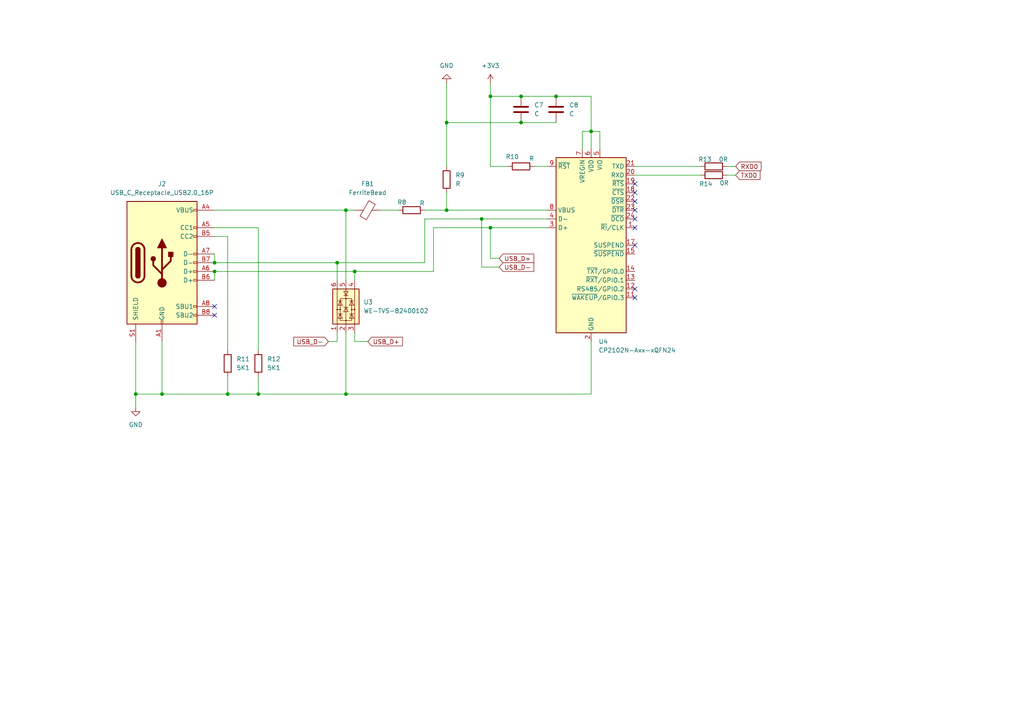
<source format=kicad_sch>
(kicad_sch (version 20250114) (generator "eeschema") (generator_version "9.0")
  (paper "A4")
  (lib_symbols
    (symbol "Connector:USB_C_Receptacle_USB2.0_16P" (pin_names (offset 1.016))
      (property "Reference" "J" (at 0 22.225 0))
      (property "Value" "USB_C_Receptacle_USB2.0_16P" (at 0 19.685 0))
      (symbol "USB_C_Receptacle_USB2.0_16P_0_0"
        (rectangle (start -0.254 -17.78) (end 0.254 -16.764))
        (rectangle (start 10.16 15.494) (end 9.144 14.986))
        (rectangle (start 10.16 10.414) (end 9.144 9.906))
        (rectangle (start 10.16 7.874) (end 9.144 7.366))
        (rectangle (start 10.16 2.794) (end 9.144 2.286))
        (rectangle (start 10.16 0.254) (end 9.144 -0.254))
        (rectangle (start 10.16 -2.286) (end 9.144 -2.794))
        (rectangle (start 10.16 -4.826) (end 9.144 -5.334))
        (rectangle (start 10.16 -12.446) (end 9.144 -12.954))
        (rectangle (start 10.16 -14.986) (end 9.144 -15.494))
      )
      (symbol "USB_C_Receptacle_USB2.0_16P_0_1"
        (rectangle (start -10.16 17.78) (end 10.16 -17.78) (stroke (width 0.254)) (fill (type background)))
        (polyline (pts (xy -8.89 -3.81) (xy -8.89 3.81)) (stroke (width 0.508)))
        (rectangle (start -7.62 -3.81) (end -6.35 3.81) (stroke (width 0.254)) (fill (type outline)))
        (arc (start -7.62 3.81) (mid -6.985 4.4423) (end -6.35 3.81) (stroke (width 0.254)))
        (arc (start -7.62 3.81) (mid -6.985 4.4423) (end -6.35 3.81) (stroke (width 0.254)) (fill (type outline)))
        (arc (start -8.89 3.81) (mid -6.985 5.7067) (end -5.08 3.81) (stroke (width 0.508)))
        (arc (start -5.08 -3.81) (mid -6.985 -5.7067) (end -8.89 -3.81) (stroke (width 0.508)))
        (arc (start -6.35 -3.81) (mid -6.985 -4.4423) (end -7.62 -3.81) (stroke (width 0.254)))
        (arc (start -6.35 -3.81) (mid -6.985 -4.4423) (end -7.62 -3.81) (stroke (width 0.254)) (fill (type outline)))
        (polyline (pts (xy -5.08 3.81) (xy -5.08 -3.81)) (stroke (width 0.508)))
        (circle (center -2.54 1.143) (radius 0.635) (stroke (width 0.254)) (fill (type outline)))
        (polyline (pts (xy -1.27 4.318) (xy 0 6.858) (xy 1.27 4.318) (xy -1.27 4.318)) (stroke (width 0.254)) (fill (type outline)))
        (polyline (pts (xy 0 -2.032) (xy 2.54 0.508) (xy 2.54 1.778)) (stroke (width 0.508)))
        (polyline (pts (xy 0 -3.302) (xy -2.54 -0.762) (xy -2.54 0.508)) (stroke (width 0.508)))
        (polyline (pts (xy 0 -5.842) (xy 0 4.318)) (stroke (width 0.508)))
        (circle (center 0 -5.842) (radius 1.27) (fill (type outline)))
        (rectangle (start 1.905 1.778) (end 3.175 3.048) (stroke (width 0.254)) (fill (type outline)))
      )
      (symbol "USB_C_Receptacle_USB2.0_16P_1_1"
        (pin passive line (at -7.62 -22.86 90) (length 5.08) (name "SHIELD") (number "S1"))
        (pin passive line (at 0 -22.86 90) (length 5.08) (name "GND") (number "A1"))
        (pin passive line (at 0 -22.86 90) (length 5.08) (hide yes) (name "GND") (number "A12"))
        (pin passive line (at 0 -22.86 90) (length 5.08) (hide yes) (name "GND") (number "B1"))
        (pin passive line (at 0 -22.86 90) (length 5.08) (hide yes) (name "GND") (number "B12"))
        (pin passive line (at 15.24 15.24 180) (length 5.08) (name "VBUS") (number "A4"))
        (pin passive line (at 15.24 15.24 180) (length 5.08) (hide yes) (name "VBUS") (number "A9"))
        (pin passive line (at 15.24 15.24 180) (length 5.08) (hide yes) (name "VBUS") (number "B4"))
        (pin passive line (at 15.24 15.24 180) (length 5.08) (hide yes) (name "VBUS") (number "B9"))
        (pin bidirectional line (at 15.24 10.16 180) (length 5.08) (name "CC1") (number "A5"))
        (pin bidirectional line (at 15.24 7.62 180) (length 5.08) (name "CC2") (number "B5"))
        (pin bidirectional line (at 15.24 2.54 180) (length 5.08) (name "D-") (number "A7"))
        (pin bidirectional line (at 15.24 0 180) (length 5.08) (name "D-") (number "B7"))
        (pin bidirectional line (at 15.24 -2.54 180) (length 5.08) (name "D+") (number "A6"))
        (pin bidirectional line (at 15.24 -5.08 180) (length 5.08) (name "D+") (number "B6"))
        (pin bidirectional line (at 15.24 -12.7 180) (length 5.08) (name "SBU1") (number "A8"))
        (pin bidirectional line (at 15.24 -15.24 180) (length 5.08) (name "SBU2") (number "B8"))
      )
    )
    (symbol "Device:C" (pin_numbers (hide yes)) (pin_names (offset 0.254))
      (property "Reference" "C" (at 0.635 2.54 0))
      (property "Value" "C" (at 0.635 -2.54 0))
      (symbol "C_0_1"
        (polyline (pts (xy -2.032 0.762) (xy 2.032 0.762)) (stroke (width 0.508)))
        (polyline (pts (xy -2.032 -0.762) (xy 2.032 -0.762)) (stroke (width 0.508)))
      )
      (symbol "C_1_1"
        (pin passive line (at 0 3.81 270) (length 2.794) (name "~") (number "1"))
        (pin passive line (at 0 -3.81 90) (length 2.794) (name "~") (number "2"))
      )
    )
    (symbol "Device:FerriteBead" (pin_numbers (hide yes)) (pin_names (offset 0))
      (property "Reference" "FB" (at -3.81 0.635 90))
      (property "Value" "FerriteBead" (at 3.81 0 90))
      (symbol "FerriteBead_0_1"
        (polyline (pts (xy -2.7686 0.4064) (xy -1.7018 2.2606) (xy 2.7686 -0.3048) (xy 1.6764 -2.159) (xy -2.7686 0.4064)))
        (polyline (pts (xy 0 1.27) (xy 0 1.2954)))
        (polyline (pts (xy 0 -1.27) (xy 0 -1.2192)))
      )
      (symbol "FerriteBead_1_1"
        (pin passive line (at 0 3.81 270) (length 2.54) (name "~") (number "1"))
        (pin passive line (at 0 -3.81 90) (length 2.54) (name "~") (number "2"))
      )
    )
    (symbol "Device:R" (pin_numbers (hide yes)) (pin_names (offset 0))
      (property "Reference" "R" (at 2.032 0 90))
      (property "Value" "R" (at 0 0 90))
      (symbol "R_0_1"
        (rectangle (start -1.016 -2.54) (end 1.016 2.54) (stroke (width 0.254)))
      )
      (symbol "R_1_1"
        (pin passive line (at 0 3.81 270) (length 1.27) (name "~") (number "1"))
        (pin passive line (at 0 -3.81 90) (length 1.27) (name "~") (number "2"))
      )
    )
    (symbol "Interface_USB:CP2102N-Axx-xQFN24"
      (property "Reference" "U" (at -8.89 26.67 0))
      (property "Value" "CP2102N-Axx-xQFN24" (at 13.97 26.67 0))
      (symbol "CP2102N-Axx-xQFN24_0_1"
        (rectangle (start -10.16 25.4) (end 10.16 -25.4) (stroke (width 0.254)) (fill (type background)))
      )
      (symbol "CP2102N-Axx-xQFN24_1_1"
        (pin input line (at -12.7 22.86 0) (length 2.54) (name "~{RST}") (number "9"))
        (pin input line (at -12.7 10.16 0) (length 2.54) (name "VBUS") (number "8"))
        (pin bidirectional line (at -12.7 7.62 0) (length 2.54) (name "D-") (number "4"))
        (pin bidirectional line (at -12.7 5.08 0) (length 2.54) (name "D+") (number "3"))
        (pin no_connect line (at -10.16 -22.86 0) (length 2.54) (hide yes) (name "NC") (number "10"))
        (pin power_in line (at -2.54 27.94 270) (length 2.54) (name "VREGIN") (number "7"))
        (pin power_in line (at 0 27.94 270) (length 2.54) (name "VDD") (number "6"))
        (pin power_in line (at 0 -27.94 90) (length 2.54) (name "GND") (number "2"))
        (pin passive line (at 0 -27.94 90) (length 2.54) (hide yes) (name "GND") (number "25"))
        (pin power_in line (at 2.54 27.94 270) (length 2.54) (name "VIO") (number "5"))
        (pin no_connect line (at 10.16 -22.86 180) (length 2.54) (hide yes) (name "NC") (number "16"))
        (pin output line (at 12.7 22.86 180) (length 2.54) (name "TXD") (number "21"))
        (pin input line (at 12.7 20.32 180) (length 2.54) (name "RXD") (number "20"))
        (pin output line (at 12.7 17.78 180) (length 2.54) (name "~{RTS}") (number "19"))
        (pin input line (at 12.7 15.24 180) (length 2.54) (name "~{CTS}") (number "18"))
        (pin input line (at 12.7 12.7 180) (length 2.54) (name "~{DSR}") (number "22"))
        (pin output line (at 12.7 10.16 180) (length 2.54) (name "~{DTR}") (number "23"))
        (pin input line (at 12.7 7.62 180) (length 2.54) (name "~{DCD}") (number "24"))
        (pin bidirectional line (at 12.7 5.08 180) (length 2.54) (name "~{RI}/CLK") (number "1"))
        (pin output line (at 12.7 0 180) (length 2.54) (name "SUSPEND") (number "17"))
        (pin output line (at 12.7 -2.54 180) (length 2.54) (name "~{SUSPEND}") (number "15"))
        (pin bidirectional line (at 12.7 -7.62 180) (length 2.54) (name "~{TXT}/GPIO.0") (number "14"))
        (pin bidirectional line (at 12.7 -10.16 180) (length 2.54) (name "~{RXT}/GPIO.1") (number "13"))
        (pin bidirectional line (at 12.7 -12.7 180) (length 2.54) (name "RS485/GPIO.2") (number "12"))
        (pin bidirectional line (at 12.7 -15.24 180) (length 2.54) (name "~{WAKEUP}/GPIO.3") (number "11"))
      )
    )
    (symbol "Power_Protection:WE-TVS-82400102"
      (property "Reference" "U" (at 0 7.62 0))
      (property "Value" "WE-TVS-82400102" (at 0 5.08 0))
      (symbol "WE-TVS-82400102_0_1"
        (polyline (pts (xy -5.08 2.54) (xy 5.08 2.54)))
        (polyline (pts (xy -5.08 -2.54) (xy 5.08 -2.54)))
        (rectangle (start -4.064 1.651) (end 2.286 -1.651))
        (circle (center -4.064 0) (radius 0.127))
        (polyline (pts (xy -4.064 0) (xy -5.08 0)))
        (polyline (pts (xy -4.064 0) (xy 2.286 0)) (fill (type outline)))
        (polyline (pts (xy -3.429 1.016) (xy -3.429 2.286) (xy -2.159 1.651) (xy -3.429 1.016)))
        (polyline (pts (xy -3.429 -1.016) (xy -3.429 -2.286) (xy -2.159 -1.651) (xy -3.429 -1.016)))
        (polyline (pts (xy -2.159 2.286) (xy -2.159 1.016)))
        (polyline (pts (xy -2.159 -1.016) (xy -2.159 -2.286)))
        (circle (center -0.889 2.54) (radius 0.127))
        (circle (center -0.889 1.651) (radius 0.127))
        (polyline (pts (xy -0.889 1.651) (xy -0.889 2.54)))
        (circle (center -0.889 -1.651) (radius 0.127))
        (polyline (pts (xy -0.889 -1.651) (xy -0.889 -2.413)))
        (circle (center -0.889 -2.54) (radius 0.127))
        (polyline (pts (xy -0.508 -0.635) (xy -0.508 -0.635)))
        (polyline (pts (xy 0 0.635) (xy -0.254 0.381) (xy -0.254 -0.381) (xy -0.508 -0.635)))
        (polyline (pts (xy 0.381 1.016) (xy 0.381 2.286) (xy 1.651 1.651) (xy 0.381 1.016)))
        (polyline (pts (xy 0.381 -1.016) (xy 0.381 -2.286) (xy 1.651 -1.651) (xy 0.381 -1.016)))
        (polyline (pts (xy 1.651 2.286) (xy 1.651 1.016)))
        (polyline (pts (xy 1.651 -1.016) (xy 1.651 -2.286)))
        (polyline (pts (xy 2.286 0) (xy 5.08 0)))
        (circle (center 2.286 0) (radius 0.127))
      )
      (symbol "WE-TVS-82400102_1_1"
        (rectangle (start -5.08 3.81) (end 5.08 -3.81) (stroke (width 0.254)) (fill (type background)))
        (polyline (pts (xy -1.524 0.635) (xy -1.524 -0.635) (xy -0.254 0) (xy -1.524 0.635)))
        (polyline (pts (xy 3.175 0.635) (xy 3.175 -0.635)))
        (polyline (pts (xy 4.445 0.635) (xy 4.445 -0.635) (xy 3.175 0) (xy 4.445 0.635)))
        (pin passive line (at -7.62 2.54 0) (length 2.54) (name "~") (number "1"))
        (pin passive line (at -7.62 0 0) (length 2.54) (name "~") (number "2"))
        (pin passive line (at -7.62 -2.54 0) (length 2.54) (name "~") (number "3"))
        (pin passive line (at 7.62 2.54 180) (length 2.54) (name "~") (number "6"))
        (pin passive line (at 7.62 0 180) (length 2.54) (name "~") (number "5"))
        (pin passive line (at 7.62 -2.54 180) (length 2.54) (name "~") (number "4"))
      )
    )
    (symbol "power:+3V3" (power) (pin_numbers (hide yes)) (pin_names (offset 0) (hide yes))
      (property "Value" "+3V3" (at 0 3.556 0))
      (symbol "+3V3_0_1"
        (polyline (pts (xy -0.762 1.27) (xy 0 2.54)))
        (polyline (pts (xy 0 2.54) (xy 0.762 1.27)))
        (polyline (pts (xy 0 0) (xy 0 2.54)))
      )
      (symbol "+3V3_1_1"
        (pin power_in line (at 0 0 90) (length 0) (name "~") (number "1"))
      )
    )
    (symbol "power:GND" (power) (pin_numbers (hide yes)) (pin_names (offset 0) (hide yes))
      (property "Value" "GND" (at 0 -3.81 0))
      (symbol "GND_0_1"
        (polyline (pts (xy 0 0) (xy 0 -1.27) (xy 1.27 -1.27) (xy 0 -2.54) (xy -1.27 -1.27) (xy 0 -1.27)))
      )
      (symbol "GND_1_1"
        (pin power_in line (at 0 0 270) (length 0) (name "~") (number "1"))
      )
    )
  )
  (junction (at 142.24 66.04))
  (junction (at 100.33 114.3))
  (junction (at 100.33 60.96))
  (junction (at 97.79 76.2))
  (junction (at 62.23 78.74))
  (junction (at 151.13 27.94))
  (junction (at 66.04 114.3))
  (junction (at 74.93 114.3))
  (junction (at 102.87 78.74))
  (junction (at 129.54 35.56))
  (junction (at 161.29 27.94))
  (junction (at 62.23 76.2))
  (junction (at 142.24 27.94))
  (junction (at 139.7 63.5))
  (junction (at 39.37 114.3))
  (junction (at 171.45 38.1))
  (junction (at 151.13 35.56))
  (junction (at 129.54 60.96))
  (junction (at 46.99 114.3))
  (no_connect (at 184.15 71.12))
  (no_connect (at 184.15 60.96))
  (no_connect (at 184.15 66.04))
  (no_connect (at 62.23 91.44))
  (no_connect (at 62.23 88.9))
  (no_connect (at 184.15 86.36))
  (no_connect (at 184.15 55.88))
  (no_connect (at 184.15 58.42))
  (no_connect (at 184.15 63.5))
  (no_connect (at 184.15 53.34))
  (no_connect (at 184.15 83.82))
  (wire (pts (xy 144.78 77.47) (xy 139.7 77.47)))
  (wire (pts (xy 39.37 99.06) (xy 39.37 114.3)))
  (wire (pts (xy 125.73 78.74) (xy 102.87 78.74)))
  (wire (pts (xy 154.94 48.26) (xy 158.75 48.26)))
  (wire (pts (xy 62.23 78.74) (xy 102.87 78.74)))
  (wire (pts (xy 46.99 99.06) (xy 46.99 114.3)))
  (wire (pts (xy 142.24 48.26) (xy 147.32 48.26)))
  (wire (pts (xy 62.23 66.04) (xy 74.93 66.04)))
  (wire (pts (xy 129.54 55.88) (xy 129.54 60.96)))
  (wire (pts (xy 74.93 109.22) (xy 74.93 114.3)))
  (wire (pts (xy 151.13 35.56) (xy 161.29 35.56)))
  (wire (pts (xy 62.23 68.58) (xy 66.04 68.58)))
  (wire (pts (xy 173.99 43.18) (xy 173.99 38.1)))
  (wire (pts (xy 123.19 60.96) (xy 129.54 60.96)))
  (wire (pts (xy 100.33 96.52) (xy 100.33 114.3)))
  (wire (pts (xy 142.24 27.94) (xy 142.24 48.26)))
  (wire (pts (xy 97.79 76.2) (xy 123.19 76.2)))
  (wire (pts (xy 62.23 78.74) (xy 62.23 81.28)))
  (wire (pts (xy 142.24 66.04) (xy 142.24 74.93)))
  (wire (pts (xy 39.37 114.3) (xy 39.37 118.11)))
  (wire (pts (xy 66.04 114.3) (xy 74.93 114.3)))
  (wire (pts (xy 102.87 78.74) (xy 102.87 81.28)))
  (wire (pts (xy 168.91 38.1) (xy 171.45 38.1)))
  (wire (pts (xy 184.15 48.26) (xy 203.2 48.26)))
  (wire (pts (xy 213.36 50.8) (xy 210.82 50.8)))
  (wire (pts (xy 129.54 35.56) (xy 151.13 35.56)))
  (wire (pts (xy 173.99 38.1) (xy 171.45 38.1)))
  (wire (pts (xy 142.24 66.04) (xy 125.73 66.04)))
  (wire (pts (xy 100.33 60.96) (xy 102.87 60.96)))
  (wire (pts (xy 161.29 27.94) (xy 151.13 27.94)))
  (wire (pts (xy 171.45 38.1) (xy 171.45 27.94)))
  (wire (pts (xy 129.54 35.56) (xy 129.54 48.26)))
  (wire (pts (xy 139.7 63.5) (xy 139.7 77.47)))
  (wire (pts (xy 168.91 43.18) (xy 168.91 38.1)))
  (wire (pts (xy 123.19 76.2) (xy 123.19 63.5)))
  (wire (pts (xy 74.93 66.04) (xy 74.93 101.6)))
  (wire (pts (xy 139.7 63.5) (xy 158.75 63.5)))
  (wire (pts (xy 184.15 50.8) (xy 203.2 50.8)))
  (wire (pts (xy 97.79 99.06) (xy 95.25 99.06)))
  (wire (pts (xy 62.23 60.96) (xy 100.33 60.96)))
  (wire (pts (xy 39.37 114.3) (xy 46.99 114.3)))
  (wire (pts (xy 66.04 109.22) (xy 66.04 114.3)))
  (wire (pts (xy 62.23 76.2) (xy 97.79 76.2)))
  (wire (pts (xy 102.87 99.06) (xy 106.68 99.06)))
  (wire (pts (xy 144.78 74.93) (xy 142.24 74.93)))
  (wire (pts (xy 97.79 76.2) (xy 97.79 81.28)))
  (wire (pts (xy 142.24 27.94) (xy 151.13 27.94)))
  (wire (pts (xy 171.45 114.3) (xy 100.33 114.3)))
  (wire (pts (xy 97.79 96.52) (xy 97.79 99.06)))
  (wire (pts (xy 171.45 43.18) (xy 171.45 38.1)))
  (wire (pts (xy 46.99 114.3) (xy 66.04 114.3)))
  (wire (pts (xy 171.45 99.06) (xy 171.45 114.3)))
  (wire (pts (xy 123.19 63.5) (xy 139.7 63.5)))
  (wire (pts (xy 125.73 66.04) (xy 125.73 78.74)))
  (wire (pts (xy 62.23 73.66) (xy 62.23 76.2)))
  (wire (pts (xy 129.54 24.13) (xy 129.54 35.56)))
  (wire (pts (xy 102.87 96.52) (xy 102.87 99.06)))
  (wire (pts (xy 129.54 60.96) (xy 158.75 60.96)))
  (wire (pts (xy 110.49 60.96) (xy 115.57 60.96)))
  (wire (pts (xy 100.33 114.3) (xy 74.93 114.3)))
  (wire (pts (xy 66.04 68.58) (xy 66.04 101.6)))
  (wire (pts (xy 213.36 48.26) (xy 210.82 48.26)))
  (wire (pts (xy 142.24 24.13) (xy 142.24 27.94)))
  (wire (pts (xy 142.24 66.04) (xy 158.75 66.04)))
  (wire (pts (xy 171.45 27.94) (xy 161.29 27.94)))
  (wire (pts (xy 100.33 60.96) (xy 100.33 81.28)))
  (global_label "USB_D-" (shape input) (at 95.25 99.06 180) (property "Intersheetrefs" "${INTERSHEET_REFS}" (effects (hide yes))))
  (global_label "RXD0" (shape input) (at 213.36 48.26 0) (property "Intersheetrefs" "${INTERSHEET_REFS}" (effects (hide yes))))
  (global_label "TXD0" (shape input) (at 213.36 50.8 0) (property "Intersheetrefs" "${INTERSHEET_REFS}" (effects (hide yes))))
  (global_label "USB_D+" (shape input) (at 106.68 99.06 0) (property "Intersheetrefs" "${INTERSHEET_REFS}" (effects (hide yes))))
  (global_label "USB_D-" (shape input) (at 144.78 77.47 0) (property "Intersheetrefs" "${INTERSHEET_REFS}" (effects (hide yes))))
  (global_label "USB_D+" (shape input) (at 144.78 74.93 0) (property "Intersheetrefs" "${INTERSHEET_REFS}" (effects (hide yes))))
  (symbol (lib_id "Device:R") (at 129.54 52.07 180) (unit 1)
    (property "Reference" "R9" (at 132.08 50.7999 0) (effects (justify right)))
    (property "Value" "R" (at 132.08 53.3399 0) (effects (justify right)))
    (property "Description" "Resistor" (effects (hide yes)))
  )
  (symbol (lib_id "Device:R") (at 66.04 105.41 180) (unit 1)
    (property "Reference" "R11" (at 68.58 104.1399 0) (effects (justify right)))
    (property "Value" "5K1" (at 68.58 106.6799 0) (effects (justify right)))
    (property "Footprint" "Resistor_SMD:R_0603_1608Metric" (effects (hide yes)))
    (property "Description" "Resistor" (effects (hide yes)))
  )
  (symbol (lib_id "Device:C") (at 161.29 31.75 0) (unit 1)
    (property "Reference" "C8" (at 165.1 30.4799 0) (effects (justify left)))
    (property "Value" "C" (at 165.1 33.0199 0) (effects (justify left)))
    (property "Description" "Unpolarized capacitor" (effects (hide yes)))
  )
  (symbol (lib_id "Device:R") (at 119.38 60.96 90) (unit 1)
    (property "Reference" "R8" (at 116.586 58.674 90))
    (property "Value" "R" (at 122.428 58.928 90))
    (property "Description" "Resistor" (effects (hide yes)))
  )
  (symbol (lib_id "power:+3V3") (at 142.24 24.13 0) (unit 1)
    (property "Reference" "#PWR015" (effects (hide yes)))
    (property "Value" "+3V3" (at 142.24 19.05 0))
    (property "Description" "Power symbol creates a global label with name \"+3V3\"" (effects (hide yes)))
  )
  (symbol (lib_id "power:GND") (at 129.54 24.13 180) (unit 1)
    (property "Reference" "#PWR014" (effects (hide yes)))
    (property "Value" "GND" (at 129.54 19.05 0))
    (property "Description" "Power symbol creates a global label with name \"GND\" , ground" (effects (hide yes)))
  )
  (symbol (lib_id "Power_Protection:WE-TVS-82400102") (at 100.33 88.9 90) (unit 1)
    (property "Reference" "U3" (at 105.41 87.6299 90) (effects (justify right)))
    (property "Value" "WE-TVS-82400102" (at 105.41 90.1699 90) (effects (justify right)))
    (property "Footprint" "Package_TO_SOT_SMD:SOT-23-6" (effects (hide yes)))
    (property "Datasheet" "https://www.we-online.com/components/products/datasheet/82400102.pdf" (effects (hide yes)))
    (property "Description" "Low Capacitance TVS Diode Array, 2 Channels, SOT-23-6" (effects (hide yes)))
  )
  (symbol (lib_id "Interface_USB:CP2102N-Axx-xQFN24") (at 171.45 71.12 0) (unit 1)
    (property "Reference" "U4" (at 173.5933 99.06 0) (effects (justify left)))
    (property "Value" "CP2102N-Axx-xQFN24" (at 173.5933 101.6 0) (effects (justify left)))
    (property "Footprint" "Package_DFN_QFN:QFN-24-1EP_4x4mm_P0.5mm_EP2.6x2.6mm" (effects (hide yes)))
    (property "Datasheet" "https://www.silabs.com/documents/public/data-sheets/cp2102n-datasheet.pdf" (effects (hide yes)))
    (property "Description" "USB to UART master bridge, QFN-24" (effects (hide yes)))
  )
  (symbol (lib_id "Device:R") (at 207.01 50.8 90) (unit 1)
    (property "Reference" "R14" (at 204.724 53.34 90))
    (property "Value" "0R" (at 210.058 53.086 90))
    (property "Footprint" "Resistor_SMD:R_0603_1608Metric" (effects (hide yes)))
    (property "Description" "Resistor" (effects (hide yes)))
  )
  (symbol (lib_id "Device:R") (at 207.01 48.26 90) (unit 1)
    (property "Reference" "R13" (at 204.47 46.228 90))
    (property "Value" "0R" (at 209.804 46.228 90))
    (property "Footprint" "Resistor_SMD:R_0603_1608Metric" (effects (hide yes)))
    (property "Description" "Resistor" (effects (hide yes)))
  )
  (symbol (lib_id "Device:C") (at 151.13 31.75 0) (unit 1)
    (property "Reference" "C7" (at 154.94 30.4799 0) (effects (justify left)))
    (property "Value" "C" (at 154.94 33.0199 0) (effects (justify left)))
    (property "Description" "Unpolarized capacitor" (effects (hide yes)))
  )
  (symbol (lib_id "Connector:USB_C_Receptacle_USB2.0_16P") (at 46.99 76.2 0) (unit 1)
    (property "Reference" "J2" (at 46.99 53.34 0))
    (property "Value" "USB_C_Receptacle_USB2.0_16P" (at 46.99 55.88 0))
    (property "Footprint" "Connector_USB:USB_C_Receptacle_GCT_USB4110" (effects (hide yes)))
    (property "Datasheet" "https://www.usb.org/sites/default/files/documents/usb_type-c.zip" (effects (hide yes)))
    (property "Description" "USB 2.0-only 16P Type-C Receptacle connector" (effects (hide yes)))
  )
  (symbol (lib_id "Device:R") (at 74.93 105.41 180) (unit 1)
    (property "Reference" "R12" (at 77.47 104.1399 0) (effects (justify right)))
    (property "Value" "5K1" (at 77.47 106.6799 0) (effects (justify right)))
    (property "Footprint" "Resistor_SMD:R_0603_1608Metric" (effects (hide yes)))
    (property "Description" "Resistor" (effects (hide yes)))
  )
  (symbol (lib_id "power:GND") (at 39.37 118.11 0) (unit 1)
    (property "Reference" "#PWR016" (effects (hide yes)))
    (property "Value" "GND" (at 39.37 123.19 0))
    (property "Description" "Power symbol creates a global label with name \"GND\" , ground" (effects (hide yes)))
  )
  (symbol (lib_id "Device:R") (at 151.13 48.26 90) (unit 1)
    (property "Reference" "R10" (at 148.59 45.466 90))
    (property "Value" "R" (at 154.178 45.974 90))
    (property "Description" "Resistor" (effects (hide yes)))
  )
  (symbol (lib_id "Device:FerriteBead") (at 106.68 60.96 90) (unit 1)
    (property "Reference" "FB1" (at 106.6292 53.34 90))
    (property "Value" "FerriteBead" (at 106.6292 55.88 90))
    (property "Description" "Ferrite bead" (effects (hide yes)))
  )
)
</source>
